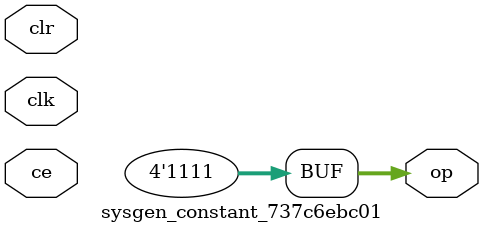
<source format=v>
module sysgen_constant_737c6ebc01 (
  output [(4 - 1):0] op,
  input clk,
  input ce,
  input clr);
  assign op = 4'b1111;
endmodule
</source>
